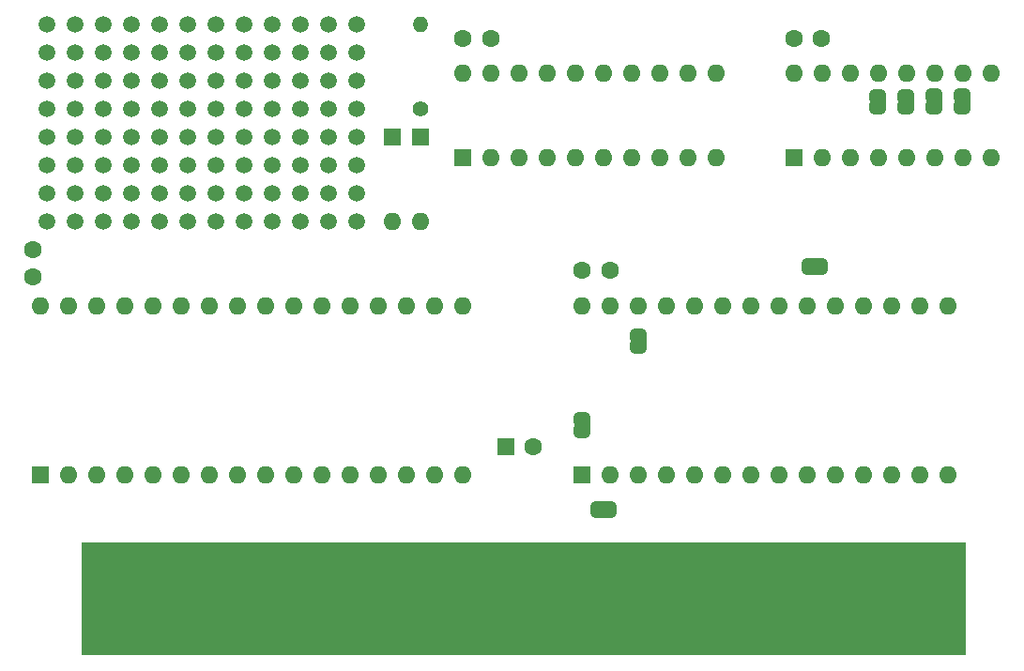
<source format=gbr>
%TF.GenerationSoftware,KiCad,Pcbnew,9.0.0*%
%TF.CreationDate,2025-05-09T14:52:43+01:00*%
%TF.ProjectId,v0b,7630622e-6b69-4636-9164-5f7063625858,rev?*%
%TF.SameCoordinates,Original*%
%TF.FileFunction,Soldermask,Bot*%
%TF.FilePolarity,Negative*%
%FSLAX46Y46*%
G04 Gerber Fmt 4.6, Leading zero omitted, Abs format (unit mm)*
G04 Created by KiCad (PCBNEW 9.0.0) date 2025-05-09 14:52:43*
%MOMM*%
%LPD*%
G01*
G04 APERTURE LIST*
G04 Aperture macros list*
%AMFreePoly0*
4,1,23,0.500000,-0.750000,0.000000,-0.750000,0.000000,-0.745722,-0.065263,-0.745722,-0.191342,-0.711940,-0.304381,-0.646677,-0.396677,-0.554381,-0.461940,-0.441342,-0.495722,-0.315263,-0.495722,-0.250000,-0.500000,-0.250000,-0.500000,0.250000,-0.495722,0.250000,-0.495722,0.315263,-0.461940,0.441342,-0.396677,0.554381,-0.304381,0.646677,-0.191342,0.711940,-0.065263,0.745722,0.000000,0.745722,
0.000000,0.750000,0.500000,0.750000,0.500000,-0.750000,0.500000,-0.750000,$1*%
%AMFreePoly1*
4,1,23,0.000000,0.745722,0.065263,0.745722,0.191342,0.711940,0.304381,0.646677,0.396677,0.554381,0.461940,0.441342,0.495722,0.315263,0.495722,0.250000,0.500000,0.250000,0.500000,-0.250000,0.495722,-0.250000,0.495722,-0.315263,0.461940,-0.441342,0.396677,-0.554381,0.304381,-0.646677,0.191342,-0.711940,0.065263,-0.745722,0.000000,-0.745722,0.000000,-0.750000,-0.500000,-0.750000,
-0.500000,0.750000,0.000000,0.750000,0.000000,0.745722,0.000000,0.745722,$1*%
G04 Aperture macros list end*
%ADD10C,0.100000*%
%ADD11C,1.500000*%
%ADD12R,1.600000X1.600000*%
%ADD13O,1.600000X1.600000*%
%ADD14C,1.600000*%
%ADD15C,1.400000*%
%ADD16O,1.400000X1.400000*%
%ADD17FreePoly0,90.000000*%
%ADD18FreePoly1,90.000000*%
%ADD19FreePoly0,0.000000*%
%ADD20FreePoly1,0.000000*%
%ADD21FreePoly0,270.000000*%
%ADD22FreePoly1,270.000000*%
G04 APERTURE END LIST*
%TO.C,H1*%
D10*
X36117800Y-82370000D02*
X115762400Y-82370000D01*
X115762400Y-92441400D01*
X36117800Y-92441400D01*
X36117800Y-82370000D01*
G36*
X36117800Y-82370000D02*
G01*
X115762400Y-82370000D01*
X115762400Y-92441400D01*
X36117800Y-92441400D01*
X36117800Y-82370000D01*
G37*
%TO.C,JP3*%
G36*
X111240000Y-42710000D02*
G01*
X109740000Y-42710000D01*
X109740000Y-42410000D01*
X111240000Y-42410000D01*
X111240000Y-42710000D01*
G37*
%TO.C,JP1*%
G36*
X116320000Y-42680000D02*
G01*
X114820000Y-42680000D01*
X114820000Y-42380000D01*
X116320000Y-42380000D01*
X116320000Y-42680000D01*
G37*
%TO.C,JP8*%
G36*
X83050000Y-80125000D02*
G01*
X83350000Y-80125000D01*
X83350000Y-78625000D01*
X83050000Y-78625000D01*
X83050000Y-80125000D01*
G37*
%TO.C,JP6*%
G36*
X80530000Y-71590000D02*
G01*
X82030000Y-71590000D01*
X82030000Y-71890000D01*
X80530000Y-71890000D01*
X80530000Y-71590000D01*
G37*
%TO.C,JP2*%
G36*
X113780000Y-42695000D02*
G01*
X112280000Y-42695000D01*
X112280000Y-42395000D01*
X113780000Y-42395000D01*
X113780000Y-42695000D01*
G37*
%TO.C,JP4*%
G36*
X108700000Y-42710000D02*
G01*
X107200000Y-42710000D01*
X107200000Y-42410000D01*
X108700000Y-42410000D01*
X108700000Y-42710000D01*
G37*
%TO.C,JP7*%
G36*
X102085000Y-58194400D02*
G01*
X102385000Y-58194400D01*
X102385000Y-56694400D01*
X102085000Y-56694400D01*
X102085000Y-58194400D01*
G37*
%TO.C,JP5*%
G36*
X87110000Y-64300000D02*
G01*
X85610000Y-64300000D01*
X85610000Y-64000000D01*
X87110000Y-64000000D01*
X87110000Y-64300000D01*
G37*
%TD*%
D11*
%TO.C,TP96*%
X60960000Y-38100000D03*
%TD*%
%TO.C,TP95*%
X60960000Y-40640000D03*
%TD*%
%TO.C,TP94*%
X60960000Y-43180000D03*
%TD*%
%TO.C,TP93*%
X60960000Y-48260000D03*
%TD*%
%TO.C,TP92*%
X60960000Y-45720000D03*
%TD*%
%TO.C,TP91*%
X60960000Y-50800000D03*
%TD*%
%TO.C,TP90*%
X60960000Y-53340000D03*
%TD*%
%TO.C,TP89*%
X60960000Y-35560000D03*
%TD*%
%TO.C,TP88*%
X58420000Y-48260000D03*
%TD*%
%TO.C,TP87*%
X58420000Y-53340000D03*
%TD*%
%TO.C,TP86*%
X58420000Y-45720000D03*
%TD*%
%TO.C,TP85*%
X58420000Y-50800000D03*
%TD*%
%TO.C,TP84*%
X58420000Y-40640000D03*
%TD*%
%TO.C,TP83*%
X58420000Y-43180000D03*
%TD*%
%TO.C,TP82*%
X58420000Y-38100000D03*
%TD*%
%TO.C,TP81*%
X58420000Y-35560000D03*
%TD*%
%TO.C,TP80*%
X55880000Y-53340000D03*
%TD*%
%TO.C,TP79*%
X55880000Y-50800000D03*
%TD*%
%TO.C,TP78*%
X55880000Y-48260000D03*
%TD*%
%TO.C,TP77*%
X55880000Y-45720000D03*
%TD*%
%TO.C,TP76*%
X55880000Y-43180000D03*
%TD*%
%TO.C,TP75*%
X55880000Y-40640000D03*
%TD*%
%TO.C,TP74*%
X55880000Y-38100000D03*
%TD*%
%TO.C,TP73*%
X55880000Y-35560000D03*
%TD*%
%TO.C,TP72*%
X53340000Y-53340000D03*
%TD*%
%TO.C,TP71*%
X53340000Y-50800000D03*
%TD*%
%TO.C,TP70*%
X53340000Y-48260000D03*
%TD*%
%TO.C,TP69*%
X53340000Y-45720000D03*
%TD*%
%TO.C,TP68*%
X53340000Y-43180000D03*
%TD*%
%TO.C,TP67*%
X53340000Y-40640000D03*
%TD*%
%TO.C,TP66*%
X53340000Y-38100000D03*
%TD*%
%TO.C,TP65*%
X53340000Y-35560000D03*
%TD*%
%TO.C,TP64*%
X50800000Y-53340000D03*
%TD*%
%TO.C,TP63*%
X50800000Y-50800000D03*
%TD*%
%TO.C,TP62*%
X50800000Y-48260000D03*
%TD*%
%TO.C,TP61*%
X50800000Y-45720000D03*
%TD*%
%TO.C,TP60*%
X50800000Y-43180000D03*
%TD*%
%TO.C,TP59*%
X50800000Y-40640000D03*
%TD*%
%TO.C,TP58*%
X50800000Y-38100000D03*
%TD*%
%TO.C,TP57*%
X50800000Y-35560000D03*
%TD*%
%TO.C,TP56*%
X48260000Y-53340000D03*
%TD*%
%TO.C,TP55*%
X48260000Y-50800000D03*
%TD*%
%TO.C,TP54*%
X48260000Y-48260000D03*
%TD*%
%TO.C,TP53*%
X48260000Y-45720000D03*
%TD*%
%TO.C,TP52*%
X48260000Y-43180000D03*
%TD*%
%TO.C,TP51*%
X48260000Y-40640000D03*
%TD*%
%TO.C,TP50*%
X48260000Y-38100000D03*
%TD*%
%TO.C,TP49*%
X48260000Y-35560000D03*
%TD*%
%TO.C,TP48*%
X45720000Y-53340000D03*
%TD*%
%TO.C,TP47*%
X45720000Y-50800000D03*
%TD*%
%TO.C,TP46*%
X45720000Y-48260000D03*
%TD*%
%TO.C,TP45*%
X45720000Y-45720000D03*
%TD*%
%TO.C,TP44*%
X45720000Y-43180000D03*
%TD*%
%TO.C,TP43*%
X45720000Y-40640000D03*
%TD*%
%TO.C,TP42*%
X45720000Y-38100000D03*
%TD*%
%TO.C,TP41*%
X45720000Y-35560000D03*
%TD*%
%TO.C,TP40*%
X43180000Y-53340000D03*
%TD*%
%TO.C,TP39*%
X43180000Y-50800000D03*
%TD*%
%TO.C,TP38*%
X43180000Y-48260000D03*
%TD*%
%TO.C,TP37*%
X43180000Y-45720000D03*
%TD*%
%TO.C,TP36*%
X43180000Y-43180000D03*
%TD*%
%TO.C,TP35*%
X43180000Y-40640000D03*
%TD*%
%TO.C,TP34*%
X43180000Y-38100000D03*
%TD*%
%TO.C,TP33*%
X43180000Y-35560000D03*
%TD*%
%TO.C,TP32*%
X40640000Y-53340000D03*
%TD*%
%TO.C,TP31*%
X40640000Y-50800000D03*
%TD*%
%TO.C,TP30*%
X40640000Y-48260000D03*
%TD*%
%TO.C,TP29*%
X40640000Y-45720000D03*
%TD*%
%TO.C,TP28*%
X40640000Y-43180000D03*
%TD*%
%TO.C,TP27*%
X40640000Y-40640000D03*
%TD*%
%TO.C,TP26*%
X40640000Y-38100000D03*
%TD*%
%TO.C,TP25*%
X40640000Y-35560000D03*
%TD*%
%TO.C,TP24*%
X38100000Y-53340000D03*
%TD*%
%TO.C,TP23*%
X38100000Y-50800000D03*
%TD*%
%TO.C,TP22*%
X38100000Y-48260000D03*
%TD*%
%TO.C,TP21*%
X38100000Y-45720000D03*
%TD*%
%TO.C,TP20*%
X38100000Y-43180000D03*
%TD*%
%TO.C,TP19*%
X38100000Y-40640000D03*
%TD*%
%TO.C,TP18*%
X38100000Y-38100000D03*
%TD*%
%TO.C,TP17*%
X38100000Y-35560000D03*
%TD*%
%TO.C,TP16*%
X35560000Y-53340000D03*
%TD*%
%TO.C,TP15*%
X35560000Y-50800000D03*
%TD*%
%TO.C,TP14*%
X35560000Y-48260000D03*
%TD*%
%TO.C,TP13*%
X35560000Y-45720000D03*
%TD*%
%TO.C,TP12*%
X35560000Y-43180000D03*
%TD*%
%TO.C,TP11*%
X35560000Y-40640000D03*
%TD*%
%TO.C,TP10*%
X35560000Y-38100000D03*
%TD*%
%TO.C,TP9*%
X35560000Y-35560000D03*
%TD*%
%TO.C,TP8*%
X33020000Y-50800000D03*
%TD*%
%TO.C,TP7*%
X33020000Y-45720000D03*
%TD*%
%TO.C,TP6*%
X33020000Y-53340000D03*
%TD*%
%TO.C,TP5*%
X33020000Y-35560000D03*
%TD*%
%TO.C,TP4*%
X33020000Y-48260000D03*
%TD*%
%TO.C,TP3*%
X33020000Y-43180000D03*
%TD*%
%TO.C,TP2*%
X33020000Y-40640000D03*
%TD*%
%TO.C,TP1*%
X33020000Y-38100000D03*
%TD*%
D12*
%TO.C,U1*%
X70500000Y-47625000D03*
D13*
X73040000Y-47625000D03*
X75580000Y-47625000D03*
X78120000Y-47625000D03*
X80660000Y-47625000D03*
X83200000Y-47625000D03*
X85740000Y-47625000D03*
X88280000Y-47625000D03*
X90820000Y-47625000D03*
X93360000Y-47625000D03*
X93360000Y-40005000D03*
X90820000Y-40005000D03*
X88280000Y-40005000D03*
X85740000Y-40005000D03*
X83200000Y-40005000D03*
X80660000Y-40005000D03*
X78120000Y-40005000D03*
X75580000Y-40005000D03*
X73040000Y-40005000D03*
X70500000Y-40005000D03*
%TD*%
D12*
%TO.C,D1*%
X66675000Y-45720000D03*
D13*
X66675000Y-53340000D03*
%TD*%
D14*
%TO.C,C2*%
X31750000Y-55880000D03*
X31750000Y-58380000D03*
%TD*%
%TO.C,C1*%
X73000000Y-36830000D03*
X70500000Y-36830000D03*
%TD*%
D12*
%TO.C,D2*%
X64135000Y-45720000D03*
D13*
X64135000Y-53340000D03*
%TD*%
D14*
%TO.C,C4*%
X102845000Y-36830000D03*
X100345000Y-36830000D03*
%TD*%
%TO.C,C3*%
X83780000Y-57785000D03*
X81280000Y-57785000D03*
%TD*%
D12*
%TO.C,C5*%
X74359888Y-73660000D03*
D14*
X76859888Y-73660000D03*
%TD*%
D15*
%TO.C,R1*%
X66675000Y-43180000D03*
D16*
X66675000Y-35560000D03*
%TD*%
D12*
%TO.C,U2*%
X100345000Y-47615000D03*
D13*
X102885000Y-47615000D03*
X105425000Y-47615000D03*
X107965000Y-47615000D03*
X110505000Y-47615000D03*
X113045000Y-47615000D03*
X115585000Y-47615000D03*
X118125000Y-47615000D03*
X118125000Y-39995000D03*
X115585000Y-39995000D03*
X113045000Y-39995000D03*
X110505000Y-39995000D03*
X107965000Y-39995000D03*
X105425000Y-39995000D03*
X102885000Y-39995000D03*
X100345000Y-39995000D03*
%TD*%
D12*
%TO.C,U4*%
X81280000Y-76200000D03*
D13*
X83820000Y-76200000D03*
X86360000Y-76200000D03*
X88900000Y-76200000D03*
X91440000Y-76200000D03*
X93980000Y-76200000D03*
X96520000Y-76200000D03*
X99060000Y-76200000D03*
X101600000Y-76200000D03*
X104140000Y-76200000D03*
X106680000Y-76200000D03*
X109220000Y-76200000D03*
X111760000Y-76200000D03*
X114300000Y-76200000D03*
X114300000Y-60960000D03*
X111760000Y-60960000D03*
X109220000Y-60960000D03*
X106680000Y-60960000D03*
X104140000Y-60960000D03*
X101600000Y-60960000D03*
X99060000Y-60960000D03*
X96520000Y-60960000D03*
X93980000Y-60960000D03*
X91440000Y-60960000D03*
X88900000Y-60960000D03*
X86360000Y-60960000D03*
X83820000Y-60960000D03*
X81280000Y-60960000D03*
%TD*%
D12*
%TO.C,U5*%
X32385000Y-76200000D03*
D13*
X34925000Y-76200000D03*
X37465000Y-76200000D03*
X40005000Y-76200000D03*
X42545000Y-76200000D03*
X45085000Y-76200000D03*
X47625000Y-76200000D03*
X50165000Y-76200000D03*
X52705000Y-76200000D03*
X55245000Y-76200000D03*
X57785000Y-76200000D03*
X60325000Y-76200000D03*
X62865000Y-76200000D03*
X65405000Y-76200000D03*
X67945000Y-76200000D03*
X70485000Y-76200000D03*
X70485000Y-60960000D03*
X67945000Y-60960000D03*
X65405000Y-60960000D03*
X62865000Y-60960000D03*
X60325000Y-60960000D03*
X57785000Y-60960000D03*
X55245000Y-60960000D03*
X52705000Y-60960000D03*
X50165000Y-60960000D03*
X47625000Y-60960000D03*
X45085000Y-60960000D03*
X42545000Y-60960000D03*
X40005000Y-60960000D03*
X37465000Y-60960000D03*
X34925000Y-60960000D03*
X32385000Y-60960000D03*
%TD*%
D17*
%TO.C,JP3*%
X110490000Y-43210000D03*
D18*
X110490000Y-41910000D03*
%TD*%
D17*
%TO.C,JP1*%
X115570000Y-43180000D03*
D18*
X115570000Y-41880000D03*
%TD*%
D19*
%TO.C,JP8*%
X82550000Y-79375000D03*
D20*
X83850000Y-79375000D03*
%TD*%
D21*
%TO.C,JP6*%
X81280000Y-71090000D03*
D22*
X81280000Y-72390000D03*
%TD*%
D17*
%TO.C,JP2*%
X113030000Y-43195000D03*
D18*
X113030000Y-41895000D03*
%TD*%
D17*
%TO.C,JP4*%
X107950000Y-43210000D03*
D18*
X107950000Y-41910000D03*
%TD*%
D19*
%TO.C,JP7*%
X101585000Y-57444400D03*
D20*
X102885000Y-57444400D03*
%TD*%
D17*
%TO.C,JP5*%
X86360000Y-64800000D03*
D18*
X86360000Y-63500000D03*
%TD*%
M02*

</source>
